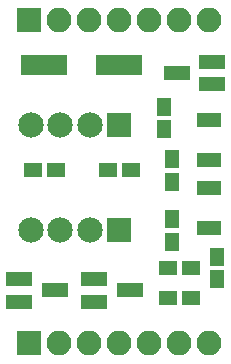
<source format=gts>
G04 #@! TF.FileFunction,Soldermask,Top*
%FSLAX46Y46*%
G04 Gerber Fmt 4.6, Leading zero omitted, Abs format (unit mm)*
G04 Created by KiCad (PCBNEW 4.0.7-e1-6374~58~ubuntu16.04.1) date Wed Aug  2 11:39:31 2017*
%MOMM*%
%LPD*%
G01*
G04 APERTURE LIST*
%ADD10C,0.100000*%
%ADD11R,1.150000X1.600000*%
%ADD12R,1.600000X1.150000*%
%ADD13R,2.150000X2.150000*%
%ADD14C,2.150000*%
%ADD15R,2.100000X2.100000*%
%ADD16O,2.100000X2.100000*%
%ADD17R,1.370000X1.670000*%
%ADD18R,2.300000X1.200000*%
%ADD19R,2.100000X1.300000*%
G04 APERTURE END LIST*
D10*
D11*
X161290000Y-119060000D03*
X161290000Y-117160000D03*
D12*
X155895000Y-118110000D03*
X157795000Y-118110000D03*
X149545000Y-118110000D03*
X151445000Y-118110000D03*
D11*
X160655000Y-112715000D03*
X160655000Y-114615000D03*
X161290000Y-124140000D03*
X161290000Y-122240000D03*
X165100000Y-127315000D03*
X165100000Y-125415000D03*
D12*
X162875000Y-126365000D03*
X160975000Y-126365000D03*
X160975000Y-128905000D03*
X162875000Y-128905000D03*
D13*
X156845000Y-114300000D03*
D14*
X154345000Y-114300000D03*
X151845000Y-114300000D03*
X149345000Y-114300000D03*
D13*
X156845000Y-123190000D03*
D14*
X154345000Y-123190000D03*
X151845000Y-123190000D03*
X149345000Y-123190000D03*
D15*
X149225000Y-132715000D03*
D16*
X151765000Y-132715000D03*
X154305000Y-132715000D03*
X156845000Y-132715000D03*
X159385000Y-132715000D03*
X161925000Y-132715000D03*
X164465000Y-132715000D03*
D15*
X149225000Y-105410000D03*
D16*
X151765000Y-105410000D03*
X154305000Y-105410000D03*
X156845000Y-105410000D03*
X159385000Y-105410000D03*
X161925000Y-105410000D03*
X164465000Y-105410000D03*
D17*
X158115000Y-109220000D03*
X156845000Y-109220000D03*
X155575000Y-109220000D03*
X149225000Y-109220000D03*
X150495000Y-109220000D03*
X151765000Y-109220000D03*
D18*
X148360000Y-127320000D03*
X148360000Y-129220000D03*
X151360000Y-128270000D03*
X154710000Y-127320000D03*
X154710000Y-129220000D03*
X157710000Y-128270000D03*
X164695000Y-110805000D03*
X164695000Y-108905000D03*
X161695000Y-109855000D03*
D19*
X164465000Y-113870000D03*
X164465000Y-117270000D03*
X164465000Y-122985000D03*
X164465000Y-119585000D03*
M02*

</source>
